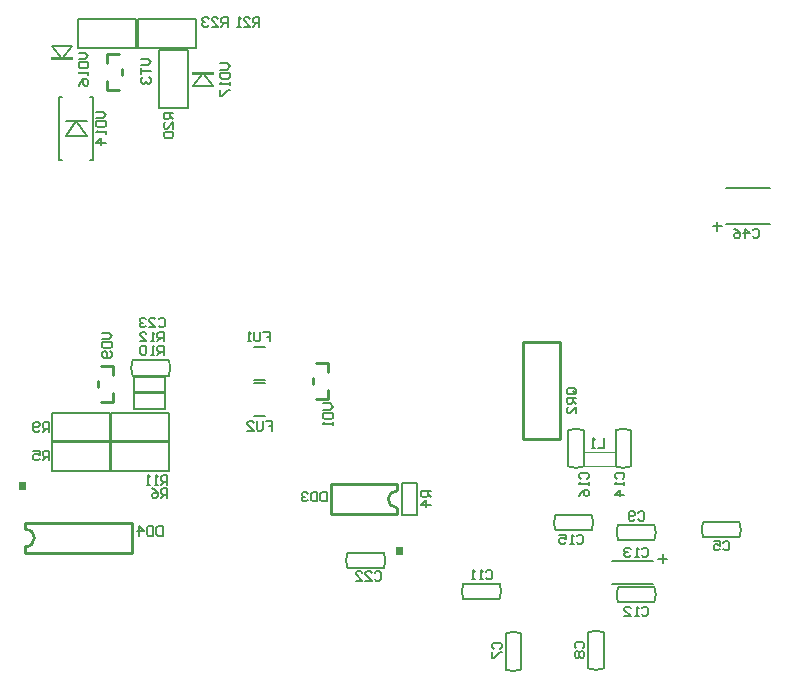
<source format=gbo>
%FSLAX24Y24*%
%MOIN*%
G70*
G01*
G75*
G04 Layer_Color=32896*
%ADD10C,0.0098*%
%ADD11C,0.0079*%
%ADD12C,0.0472*%
G04:AMPARAMS|DCode=13|XSize=189mil|YSize=70.9mil|CornerRadius=17.7mil|HoleSize=0mil|Usage=FLASHONLY|Rotation=180.000|XOffset=0mil|YOffset=0mil|HoleType=Round|Shape=RoundedRectangle|*
%AMROUNDEDRECTD13*
21,1,0.1890,0.0354,0,0,180.0*
21,1,0.1535,0.0709,0,0,180.0*
1,1,0.0354,-0.0768,0.0177*
1,1,0.0354,0.0768,0.0177*
1,1,0.0354,0.0768,-0.0177*
1,1,0.0354,-0.0768,-0.0177*
%
%ADD13ROUNDEDRECTD13*%
G04:AMPARAMS|DCode=14|XSize=41mil|YSize=36mil|CornerRadius=1.8mil|HoleSize=0mil|Usage=FLASHONLY|Rotation=180.000|XOffset=0mil|YOffset=0mil|HoleType=Round|Shape=RoundedRectangle|*
%AMROUNDEDRECTD14*
21,1,0.0410,0.0324,0,0,180.0*
21,1,0.0374,0.0360,0,0,180.0*
1,1,0.0036,-0.0187,0.0162*
1,1,0.0036,0.0187,0.0162*
1,1,0.0036,0.0187,-0.0162*
1,1,0.0036,-0.0187,-0.0162*
%
%ADD14ROUNDEDRECTD14*%
%ADD15O,0.0281X0.0591*%
%ADD16R,0.0906X0.1220*%
%ADD17O,0.0787X0.0295*%
G04:AMPARAMS|DCode=18|XSize=28mil|YSize=35.8mil|CornerRadius=2.8mil|HoleSize=0mil|Usage=FLASHONLY|Rotation=0.000|XOffset=0mil|YOffset=0mil|HoleType=Round|Shape=RoundedRectangle|*
%AMROUNDEDRECTD18*
21,1,0.0280,0.0302,0,0,0.0*
21,1,0.0224,0.0358,0,0,0.0*
1,1,0.0056,0.0112,-0.0151*
1,1,0.0056,-0.0112,-0.0151*
1,1,0.0056,-0.0112,0.0151*
1,1,0.0056,0.0112,0.0151*
%
%ADD18ROUNDEDRECTD18*%
G04:AMPARAMS|DCode=19|XSize=41mil|YSize=36mil|CornerRadius=1.8mil|HoleSize=0mil|Usage=FLASHONLY|Rotation=270.000|XOffset=0mil|YOffset=0mil|HoleType=Round|Shape=RoundedRectangle|*
%AMROUNDEDRECTD19*
21,1,0.0410,0.0324,0,0,270.0*
21,1,0.0374,0.0360,0,0,270.0*
1,1,0.0036,-0.0162,-0.0187*
1,1,0.0036,-0.0162,0.0187*
1,1,0.0036,0.0162,0.0187*
1,1,0.0036,0.0162,-0.0187*
%
%ADD19ROUNDEDRECTD19*%
G04:AMPARAMS|DCode=20|XSize=70.9mil|YSize=51.2mil|CornerRadius=12.8mil|HoleSize=0mil|Usage=FLASHONLY|Rotation=270.000|XOffset=0mil|YOffset=0mil|HoleType=Round|Shape=RoundedRectangle|*
%AMROUNDEDRECTD20*
21,1,0.0709,0.0256,0,0,270.0*
21,1,0.0453,0.0512,0,0,270.0*
1,1,0.0256,-0.0128,-0.0226*
1,1,0.0256,-0.0128,0.0226*
1,1,0.0256,0.0128,0.0226*
1,1,0.0256,0.0128,-0.0226*
%
%ADD20ROUNDEDRECTD20*%
G04:AMPARAMS|DCode=21|XSize=55.1mil|YSize=70.9mil|CornerRadius=13.8mil|HoleSize=0mil|Usage=FLASHONLY|Rotation=0.000|XOffset=0mil|YOffset=0mil|HoleType=Round|Shape=RoundedRectangle|*
%AMROUNDEDRECTD21*
21,1,0.0551,0.0433,0,0,0.0*
21,1,0.0276,0.0709,0,0,0.0*
1,1,0.0276,0.0138,-0.0217*
1,1,0.0276,-0.0138,-0.0217*
1,1,0.0276,-0.0138,0.0217*
1,1,0.0276,0.0138,0.0217*
%
%ADD21ROUNDEDRECTD21*%
G04:AMPARAMS|DCode=22|XSize=70.9mil|YSize=51.2mil|CornerRadius=12.8mil|HoleSize=0mil|Usage=FLASHONLY|Rotation=180.000|XOffset=0mil|YOffset=0mil|HoleType=Round|Shape=RoundedRectangle|*
%AMROUNDEDRECTD22*
21,1,0.0709,0.0256,0,0,180.0*
21,1,0.0453,0.0512,0,0,180.0*
1,1,0.0256,-0.0226,0.0128*
1,1,0.0256,0.0226,0.0128*
1,1,0.0256,0.0226,-0.0128*
1,1,0.0256,-0.0226,-0.0128*
%
%ADD22ROUNDEDRECTD22*%
G04:AMPARAMS|DCode=23|XSize=94.5mil|YSize=110.2mil|CornerRadius=23.6mil|HoleSize=0mil|Usage=FLASHONLY|Rotation=270.000|XOffset=0mil|YOffset=0mil|HoleType=Round|Shape=RoundedRectangle|*
%AMROUNDEDRECTD23*
21,1,0.0945,0.0630,0,0,270.0*
21,1,0.0472,0.1102,0,0,270.0*
1,1,0.0472,-0.0315,-0.0236*
1,1,0.0472,-0.0315,0.0236*
1,1,0.0472,0.0315,0.0236*
1,1,0.0472,0.0315,-0.0236*
%
%ADD23ROUNDEDRECTD23*%
%ADD24O,0.0217X0.0492*%
%ADD25O,0.0492X0.0217*%
G04:AMPARAMS|DCode=26|XSize=126mil|YSize=80.7mil|CornerRadius=20.2mil|HoleSize=0mil|Usage=FLASHONLY|Rotation=90.000|XOffset=0mil|YOffset=0mil|HoleType=Round|Shape=RoundedRectangle|*
%AMROUNDEDRECTD26*
21,1,0.1260,0.0404,0,0,90.0*
21,1,0.0856,0.0807,0,0,90.0*
1,1,0.0404,0.0202,0.0428*
1,1,0.0404,0.0202,-0.0428*
1,1,0.0404,-0.0202,-0.0428*
1,1,0.0404,-0.0202,0.0428*
%
%ADD26ROUNDEDRECTD26*%
%ADD27O,0.0807X0.0256*%
%ADD28O,0.0335X0.0118*%
%ADD29O,0.0118X0.0335*%
%ADD30R,0.0394X0.0787*%
%ADD31O,0.0118X0.0591*%
%ADD32O,0.0591X0.0118*%
%ADD33R,0.0394X0.0394*%
G04:AMPARAMS|DCode=34|XSize=90.6mil|YSize=82.7mil|CornerRadius=12.4mil|HoleSize=0mil|Usage=FLASHONLY|Rotation=270.000|XOffset=0mil|YOffset=0mil|HoleType=Round|Shape=RoundedRectangle|*
%AMROUNDEDRECTD34*
21,1,0.0906,0.0579,0,0,270.0*
21,1,0.0657,0.0827,0,0,270.0*
1,1,0.0248,-0.0289,-0.0329*
1,1,0.0248,-0.0289,0.0329*
1,1,0.0248,0.0289,0.0329*
1,1,0.0248,0.0289,-0.0329*
%
%ADD34ROUNDEDRECTD34*%
G04:AMPARAMS|DCode=35|XSize=28mil|YSize=35.8mil|CornerRadius=2.8mil|HoleSize=0mil|Usage=FLASHONLY|Rotation=90.000|XOffset=0mil|YOffset=0mil|HoleType=Round|Shape=RoundedRectangle|*
%AMROUNDEDRECTD35*
21,1,0.0280,0.0302,0,0,90.0*
21,1,0.0224,0.0358,0,0,90.0*
1,1,0.0056,0.0151,0.0112*
1,1,0.0056,0.0151,-0.0112*
1,1,0.0056,-0.0151,-0.0112*
1,1,0.0056,-0.0151,0.0112*
%
%ADD35ROUNDEDRECTD35*%
%ADD36O,0.0591X0.0281*%
G04:AMPARAMS|DCode=37|XSize=86.6mil|YSize=68.9mil|CornerRadius=17.2mil|HoleSize=0mil|Usage=FLASHONLY|Rotation=180.000|XOffset=0mil|YOffset=0mil|HoleType=Round|Shape=RoundedRectangle|*
%AMROUNDEDRECTD37*
21,1,0.0866,0.0344,0,0,180.0*
21,1,0.0522,0.0689,0,0,180.0*
1,1,0.0344,-0.0261,0.0172*
1,1,0.0344,0.0261,0.0172*
1,1,0.0344,0.0261,-0.0172*
1,1,0.0344,-0.0261,-0.0172*
%
%ADD37ROUNDEDRECTD37*%
G04:AMPARAMS|DCode=38|XSize=82.7mil|YSize=78.7mil|CornerRadius=19.7mil|HoleSize=0mil|Usage=FLASHONLY|Rotation=90.000|XOffset=0mil|YOffset=0mil|HoleType=Round|Shape=RoundedRectangle|*
%AMROUNDEDRECTD38*
21,1,0.0827,0.0394,0,0,90.0*
21,1,0.0433,0.0787,0,0,90.0*
1,1,0.0394,0.0197,0.0217*
1,1,0.0394,0.0197,-0.0217*
1,1,0.0394,-0.0197,-0.0217*
1,1,0.0394,-0.0197,0.0217*
%
%ADD38ROUNDEDRECTD38*%
%ADD39O,0.0846X0.0394*%
G04:AMPARAMS|DCode=40|XSize=279.5mil|YSize=218.5mil|CornerRadius=10.9mil|HoleSize=0mil|Usage=FLASHONLY|Rotation=0.000|XOffset=0mil|YOffset=0mil|HoleType=Round|Shape=RoundedRectangle|*
%AMROUNDEDRECTD40*
21,1,0.2795,0.1967,0,0,0.0*
21,1,0.2577,0.2185,0,0,0.0*
1,1,0.0219,0.1288,-0.0983*
1,1,0.0219,-0.1288,-0.0983*
1,1,0.0219,-0.1288,0.0983*
1,1,0.0219,0.1288,0.0983*
%
%ADD40ROUNDEDRECTD40*%
%ADD41R,0.1417X0.1693*%
%ADD42O,0.0866X0.0295*%
%ADD43C,0.0157*%
%ADD44C,0.0197*%
%ADD45C,0.0118*%
%ADD46C,0.0394*%
%ADD47C,0.0315*%
%ADD48C,0.0276*%
%ADD49C,0.0709*%
%ADD50R,0.0709X0.0709*%
%ADD51C,0.1575*%
%ADD52C,0.3150*%
%ADD53C,0.0600*%
%ADD54R,0.0600X0.0600*%
%ADD55C,0.0630*%
%ADD56C,0.0827*%
%ADD57R,0.0827X0.0827*%
%ADD58R,0.0600X0.0600*%
%ADD59R,0.0709X0.0709*%
%ADD60C,0.0315*%
%ADD61C,0.0394*%
%ADD62C,0.0236*%
%ADD63C,0.0400*%
%ADD64C,0.0872*%
G04:AMPARAMS|DCode=65|XSize=78.74mil|YSize=78.74mil|CornerRadius=0mil|HoleSize=0mil|Usage=FLASHONLY|Rotation=0.000|XOffset=0mil|YOffset=0mil|HoleType=Round|Shape=Relief|Width=10mil|Gap=7.9mil|Entries=4|*
%AMTHD65*
7,0,0,0.0787,0.0630,0.0100,45*
%
%ADD65THD65*%
%ADD66C,0.1975*%
%ADD67C,0.2959*%
G04:AMPARAMS|DCode=68|XSize=69.496mil|YSize=69.496mil|CornerRadius=0mil|HoleSize=0mil|Usage=FLASHONLY|Rotation=0.000|XOffset=0mil|YOffset=0mil|HoleType=Round|Shape=Relief|Width=10mil|Gap=7.9mil|Entries=4|*
%AMTHD68*
7,0,0,0.0695,0.0537,0.0100,45*
%
%ADD68THD68*%
%ADD69C,0.0780*%
%ADD70C,0.0794*%
G04:AMPARAMS|DCode=71|XSize=86.614mil|YSize=86.614mil|CornerRadius=0mil|HoleSize=0mil|Usage=FLASHONLY|Rotation=0.000|XOffset=0mil|YOffset=0mil|HoleType=Round|Shape=Relief|Width=10mil|Gap=7.9mil|Entries=4|*
%AMTHD71*
7,0,0,0.0866,0.0709,0.0100,45*
%
%ADD71THD71*%
%ADD72C,0.0951*%
%ADD73C,0.0636*%
G04:AMPARAMS|DCode=74|XSize=47.244mil|YSize=47.244mil|CornerRadius=0mil|HoleSize=0mil|Usage=FLASHONLY|Rotation=0.000|XOffset=0mil|YOffset=0mil|HoleType=Round|Shape=Relief|Width=10mil|Gap=7.9mil|Entries=4|*
%AMTHD74*
7,0,0,0.0472,0.0315,0.0100,45*
%
%ADD74THD74*%
%ADD75C,0.0557*%
%ADD76C,0.0597*%
%ADD77C,0.0518*%
G04:AMPARAMS|DCode=78|XSize=43.307mil|YSize=43.307mil|CornerRadius=0mil|HoleSize=0mil|Usage=FLASHONLY|Rotation=0.000|XOffset=0mil|YOffset=0mil|HoleType=Round|Shape=Relief|Width=10mil|Gap=7.9mil|Entries=4|*
%AMTHD78*
7,0,0,0.0433,0.0276,0.0100,45*
%
%ADD78THD78*%
G04:AMPARAMS|DCode=79|XSize=51.181mil|YSize=51.181mil|CornerRadius=0mil|HoleSize=0mil|Usage=FLASHONLY|Rotation=0.000|XOffset=0mil|YOffset=0mil|HoleType=Round|Shape=Relief|Width=10mil|Gap=7.9mil|Entries=4|*
%AMTHD79*
7,0,0,0.0512,0.0354,0.0100,45*
%
%ADD79THD79*%
G04:AMPARAMS|DCode=80|XSize=78.7mil|YSize=86.6mil|CornerRadius=19.7mil|HoleSize=0mil|Usage=FLASHONLY|Rotation=0.000|XOffset=0mil|YOffset=0mil|HoleType=Round|Shape=RoundedRectangle|*
%AMROUNDEDRECTD80*
21,1,0.0787,0.0472,0,0,0.0*
21,1,0.0394,0.0866,0,0,0.0*
1,1,0.0394,0.0197,-0.0236*
1,1,0.0394,-0.0197,-0.0236*
1,1,0.0394,-0.0197,0.0236*
1,1,0.0394,0.0197,0.0236*
%
%ADD80ROUNDEDRECTD80*%
G04:AMPARAMS|DCode=81|XSize=47.2mil|YSize=74.8mil|CornerRadius=11.8mil|HoleSize=0mil|Usage=FLASHONLY|Rotation=270.000|XOffset=0mil|YOffset=0mil|HoleType=Round|Shape=RoundedRectangle|*
%AMROUNDEDRECTD81*
21,1,0.0472,0.0512,0,0,270.0*
21,1,0.0236,0.0748,0,0,270.0*
1,1,0.0236,-0.0256,-0.0118*
1,1,0.0236,-0.0256,0.0118*
1,1,0.0236,0.0256,0.0118*
1,1,0.0236,0.0256,-0.0118*
%
%ADD81ROUNDEDRECTD81*%
G04:AMPARAMS|DCode=82|XSize=47.2mil|YSize=74.8mil|CornerRadius=11.8mil|HoleSize=0mil|Usage=FLASHONLY|Rotation=180.000|XOffset=0mil|YOffset=0mil|HoleType=Round|Shape=RoundedRectangle|*
%AMROUNDEDRECTD82*
21,1,0.0472,0.0512,0,0,180.0*
21,1,0.0236,0.0748,0,0,180.0*
1,1,0.0236,-0.0118,0.0256*
1,1,0.0236,0.0118,0.0256*
1,1,0.0236,0.0118,-0.0256*
1,1,0.0236,-0.0118,-0.0256*
%
%ADD82ROUNDEDRECTD82*%
G04:AMPARAMS|DCode=83|XSize=86.6mil|YSize=68.9mil|CornerRadius=17.2mil|HoleSize=0mil|Usage=FLASHONLY|Rotation=90.000|XOffset=0mil|YOffset=0mil|HoleType=Round|Shape=RoundedRectangle|*
%AMROUNDEDRECTD83*
21,1,0.0866,0.0344,0,0,90.0*
21,1,0.0522,0.0689,0,0,90.0*
1,1,0.0344,0.0172,0.0261*
1,1,0.0344,0.0172,-0.0261*
1,1,0.0344,-0.0172,-0.0261*
1,1,0.0344,-0.0172,0.0261*
%
%ADD83ROUNDEDRECTD83*%
G04:AMPARAMS|DCode=84|XSize=51.2mil|YSize=72mil|CornerRadius=2.6mil|HoleSize=0mil|Usage=FLASHONLY|Rotation=90.000|XOffset=0mil|YOffset=0mil|HoleType=Round|Shape=RoundedRectangle|*
%AMROUNDEDRECTD84*
21,1,0.0512,0.0669,0,0,90.0*
21,1,0.0461,0.0720,0,0,90.0*
1,1,0.0051,0.0335,0.0230*
1,1,0.0051,0.0335,-0.0230*
1,1,0.0051,-0.0335,-0.0230*
1,1,0.0051,-0.0335,0.0230*
%
%ADD84ROUNDEDRECTD84*%
%ADD85O,0.0295X0.0800*%
G04:AMPARAMS|DCode=86|XSize=110.2mil|YSize=47.2mil|CornerRadius=11.8mil|HoleSize=0mil|Usage=FLASHONLY|Rotation=270.000|XOffset=0mil|YOffset=0mil|HoleType=Round|Shape=RoundedRectangle|*
%AMROUNDEDRECTD86*
21,1,0.1102,0.0236,0,0,270.0*
21,1,0.0866,0.0472,0,0,270.0*
1,1,0.0236,-0.0118,-0.0433*
1,1,0.0236,-0.0118,0.0433*
1,1,0.0236,0.0118,0.0433*
1,1,0.0236,0.0118,-0.0433*
%
%ADD86ROUNDEDRECTD86*%
%ADD87C,0.0070*%
%ADD88C,0.0100*%
%ADD89C,0.0236*%
%ADD90C,0.0071*%
%ADD91C,0.0067*%
%ADD92C,0.0050*%
G04:AMPARAMS|DCode=93|XSize=195mil|YSize=76.8mil|CornerRadius=20.7mil|HoleSize=0mil|Usage=FLASHONLY|Rotation=180.000|XOffset=0mil|YOffset=0mil|HoleType=Round|Shape=RoundedRectangle|*
%AMROUNDEDRECTD93*
21,1,0.1950,0.0354,0,0,180.0*
21,1,0.1535,0.0768,0,0,180.0*
1,1,0.0414,-0.0768,0.0177*
1,1,0.0414,0.0768,0.0177*
1,1,0.0414,0.0768,-0.0177*
1,1,0.0414,-0.0768,-0.0177*
%
%ADD93ROUNDEDRECTD93*%
G04:AMPARAMS|DCode=94|XSize=47mil|YSize=42mil|CornerRadius=4.8mil|HoleSize=0mil|Usage=FLASHONLY|Rotation=180.000|XOffset=0mil|YOffset=0mil|HoleType=Round|Shape=RoundedRectangle|*
%AMROUNDEDRECTD94*
21,1,0.0470,0.0324,0,0,180.0*
21,1,0.0374,0.0420,0,0,180.0*
1,1,0.0096,-0.0187,0.0162*
1,1,0.0096,0.0187,0.0162*
1,1,0.0096,0.0187,-0.0162*
1,1,0.0096,-0.0187,-0.0162*
%
%ADD94ROUNDEDRECTD94*%
%ADD95O,0.0341X0.0650*%
%ADD96R,0.0965X0.1280*%
%ADD97O,0.0847X0.0355*%
G04:AMPARAMS|DCode=98|XSize=33.9mil|YSize=41.8mil|CornerRadius=5.8mil|HoleSize=0mil|Usage=FLASHONLY|Rotation=0.000|XOffset=0mil|YOffset=0mil|HoleType=Round|Shape=RoundedRectangle|*
%AMROUNDEDRECTD98*
21,1,0.0339,0.0302,0,0,0.0*
21,1,0.0224,0.0418,0,0,0.0*
1,1,0.0116,0.0112,-0.0151*
1,1,0.0116,-0.0112,-0.0151*
1,1,0.0116,-0.0112,0.0151*
1,1,0.0116,0.0112,0.0151*
%
%ADD98ROUNDEDRECTD98*%
G04:AMPARAMS|DCode=99|XSize=47mil|YSize=42mil|CornerRadius=4.8mil|HoleSize=0mil|Usage=FLASHONLY|Rotation=270.000|XOffset=0mil|YOffset=0mil|HoleType=Round|Shape=RoundedRectangle|*
%AMROUNDEDRECTD99*
21,1,0.0470,0.0324,0,0,270.0*
21,1,0.0374,0.0420,0,0,270.0*
1,1,0.0096,-0.0162,-0.0187*
1,1,0.0096,-0.0162,0.0187*
1,1,0.0096,0.0162,0.0187*
1,1,0.0096,0.0162,-0.0187*
%
%ADD99ROUNDEDRECTD99*%
G04:AMPARAMS|DCode=100|XSize=76.8mil|YSize=57.2mil|CornerRadius=15.8mil|HoleSize=0mil|Usage=FLASHONLY|Rotation=270.000|XOffset=0mil|YOffset=0mil|HoleType=Round|Shape=RoundedRectangle|*
%AMROUNDEDRECTD100*
21,1,0.0768,0.0256,0,0,270.0*
21,1,0.0453,0.0572,0,0,270.0*
1,1,0.0316,-0.0128,-0.0226*
1,1,0.0316,-0.0128,0.0226*
1,1,0.0316,0.0128,0.0226*
1,1,0.0316,0.0128,-0.0226*
%
%ADD100ROUNDEDRECTD100*%
G04:AMPARAMS|DCode=101|XSize=61.1mil|YSize=76.8mil|CornerRadius=16.8mil|HoleSize=0mil|Usage=FLASHONLY|Rotation=0.000|XOffset=0mil|YOffset=0mil|HoleType=Round|Shape=RoundedRectangle|*
%AMROUNDEDRECTD101*
21,1,0.0611,0.0433,0,0,0.0*
21,1,0.0276,0.0768,0,0,0.0*
1,1,0.0335,0.0138,-0.0217*
1,1,0.0335,-0.0138,-0.0217*
1,1,0.0335,-0.0138,0.0217*
1,1,0.0335,0.0138,0.0217*
%
%ADD101ROUNDEDRECTD101*%
G04:AMPARAMS|DCode=102|XSize=76.8mil|YSize=57.2mil|CornerRadius=15.8mil|HoleSize=0mil|Usage=FLASHONLY|Rotation=180.000|XOffset=0mil|YOffset=0mil|HoleType=Round|Shape=RoundedRectangle|*
%AMROUNDEDRECTD102*
21,1,0.0768,0.0256,0,0,180.0*
21,1,0.0453,0.0572,0,0,180.0*
1,1,0.0316,-0.0226,0.0128*
1,1,0.0316,0.0226,0.0128*
1,1,0.0316,0.0226,-0.0128*
1,1,0.0316,-0.0226,-0.0128*
%
%ADD102ROUNDEDRECTD102*%
G04:AMPARAMS|DCode=103|XSize=100.5mil|YSize=116.2mil|CornerRadius=26.6mil|HoleSize=0mil|Usage=FLASHONLY|Rotation=270.000|XOffset=0mil|YOffset=0mil|HoleType=Round|Shape=RoundedRectangle|*
%AMROUNDEDRECTD103*
21,1,0.1005,0.0630,0,0,270.0*
21,1,0.0472,0.1162,0,0,270.0*
1,1,0.0532,-0.0315,-0.0236*
1,1,0.0532,-0.0315,0.0236*
1,1,0.0532,0.0315,0.0236*
1,1,0.0532,0.0315,-0.0236*
%
%ADD103ROUNDEDRECTD103*%
%ADD104O,0.0256X0.0532*%
%ADD105O,0.0532X0.0256*%
G04:AMPARAMS|DCode=106|XSize=132mil|YSize=86.7mil|CornerRadius=23.2mil|HoleSize=0mil|Usage=FLASHONLY|Rotation=90.000|XOffset=0mil|YOffset=0mil|HoleType=Round|Shape=RoundedRectangle|*
%AMROUNDEDRECTD106*
21,1,0.1320,0.0404,0,0,90.0*
21,1,0.0856,0.0867,0,0,90.0*
1,1,0.0463,0.0202,0.0428*
1,1,0.0463,0.0202,-0.0428*
1,1,0.0463,-0.0202,-0.0428*
1,1,0.0463,-0.0202,0.0428*
%
%ADD106ROUNDEDRECTD106*%
%ADD107O,0.0867X0.0316*%
%ADD108O,0.0374X0.0157*%
%ADD109O,0.0157X0.0374*%
%ADD110O,0.0157X0.0630*%
%ADD111O,0.0630X0.0157*%
G04:AMPARAMS|DCode=112|XSize=96.5mil|YSize=88.7mil|CornerRadius=15.4mil|HoleSize=0mil|Usage=FLASHONLY|Rotation=270.000|XOffset=0mil|YOffset=0mil|HoleType=Round|Shape=RoundedRectangle|*
%AMROUNDEDRECTD112*
21,1,0.0965,0.0579,0,0,270.0*
21,1,0.0657,0.0887,0,0,270.0*
1,1,0.0308,-0.0289,-0.0329*
1,1,0.0308,-0.0289,0.0329*
1,1,0.0308,0.0289,0.0329*
1,1,0.0308,0.0289,-0.0329*
%
%ADD112ROUNDEDRECTD112*%
G04:AMPARAMS|DCode=113|XSize=33.9mil|YSize=41.8mil|CornerRadius=5.8mil|HoleSize=0mil|Usage=FLASHONLY|Rotation=90.000|XOffset=0mil|YOffset=0mil|HoleType=Round|Shape=RoundedRectangle|*
%AMROUNDEDRECTD113*
21,1,0.0339,0.0302,0,0,90.0*
21,1,0.0224,0.0418,0,0,90.0*
1,1,0.0116,0.0151,0.0112*
1,1,0.0116,0.0151,-0.0112*
1,1,0.0116,-0.0151,-0.0112*
1,1,0.0116,-0.0151,0.0112*
%
%ADD113ROUNDEDRECTD113*%
%ADD114O,0.0650X0.0341*%
G04:AMPARAMS|DCode=115|XSize=92.6mil|YSize=74.9mil|CornerRadius=20.2mil|HoleSize=0mil|Usage=FLASHONLY|Rotation=180.000|XOffset=0mil|YOffset=0mil|HoleType=Round|Shape=RoundedRectangle|*
%AMROUNDEDRECTD115*
21,1,0.0926,0.0344,0,0,180.0*
21,1,0.0522,0.0749,0,0,180.0*
1,1,0.0404,-0.0261,0.0172*
1,1,0.0404,0.0261,0.0172*
1,1,0.0404,0.0261,-0.0172*
1,1,0.0404,-0.0261,-0.0172*
%
%ADD115ROUNDEDRECTD115*%
G04:AMPARAMS|DCode=116|XSize=88.7mil|YSize=84.7mil|CornerRadius=22.7mil|HoleSize=0mil|Usage=FLASHONLY|Rotation=90.000|XOffset=0mil|YOffset=0mil|HoleType=Round|Shape=RoundedRectangle|*
%AMROUNDEDRECTD116*
21,1,0.0887,0.0394,0,0,90.0*
21,1,0.0433,0.0847,0,0,90.0*
1,1,0.0454,0.0197,0.0217*
1,1,0.0454,0.0197,-0.0217*
1,1,0.0454,-0.0197,-0.0217*
1,1,0.0454,-0.0197,0.0217*
%
%ADD116ROUNDEDRECTD116*%
%ADD117O,0.0906X0.0454*%
G04:AMPARAMS|DCode=118|XSize=285.5mil|YSize=224.5mil|CornerRadius=13.9mil|HoleSize=0mil|Usage=FLASHONLY|Rotation=0.000|XOffset=0mil|YOffset=0mil|HoleType=Round|Shape=RoundedRectangle|*
%AMROUNDEDRECTD118*
21,1,0.2855,0.1967,0,0,0.0*
21,1,0.2577,0.2245,0,0,0.0*
1,1,0.0278,0.1288,-0.0983*
1,1,0.0278,-0.1288,-0.0983*
1,1,0.0278,-0.1288,0.0983*
1,1,0.0278,0.1288,0.0983*
%
%ADD118ROUNDEDRECTD118*%
%ADD119R,0.1477X0.1753*%
%ADD120O,0.0926X0.0355*%
%ADD121C,0.0768*%
%ADD122R,0.0768X0.0768*%
%ADD123C,0.1635*%
%ADD124C,0.3209*%
%ADD125C,0.0660*%
%ADD126R,0.0660X0.0660*%
%ADD127C,0.0690*%
%ADD128C,0.0887*%
%ADD129R,0.0887X0.0887*%
%ADD130R,0.0660X0.0660*%
%ADD131R,0.0768X0.0768*%
%ADD132C,0.0532*%
G04:AMPARAMS|DCode=133|XSize=84.7mil|YSize=92.6mil|CornerRadius=22.7mil|HoleSize=0mil|Usage=FLASHONLY|Rotation=0.000|XOffset=0mil|YOffset=0mil|HoleType=Round|Shape=RoundedRectangle|*
%AMROUNDEDRECTD133*
21,1,0.0847,0.0472,0,0,0.0*
21,1,0.0394,0.0926,0,0,0.0*
1,1,0.0454,0.0197,-0.0236*
1,1,0.0454,-0.0197,-0.0236*
1,1,0.0454,-0.0197,0.0236*
1,1,0.0454,0.0197,0.0236*
%
%ADD133ROUNDEDRECTD133*%
G04:AMPARAMS|DCode=134|XSize=53.2mil|YSize=80.8mil|CornerRadius=14.8mil|HoleSize=0mil|Usage=FLASHONLY|Rotation=270.000|XOffset=0mil|YOffset=0mil|HoleType=Round|Shape=RoundedRectangle|*
%AMROUNDEDRECTD134*
21,1,0.0532,0.0512,0,0,270.0*
21,1,0.0236,0.0808,0,0,270.0*
1,1,0.0296,-0.0256,-0.0118*
1,1,0.0296,-0.0256,0.0118*
1,1,0.0296,0.0256,0.0118*
1,1,0.0296,0.0256,-0.0118*
%
%ADD134ROUNDEDRECTD134*%
G04:AMPARAMS|DCode=135|XSize=53.2mil|YSize=80.8mil|CornerRadius=14.8mil|HoleSize=0mil|Usage=FLASHONLY|Rotation=180.000|XOffset=0mil|YOffset=0mil|HoleType=Round|Shape=RoundedRectangle|*
%AMROUNDEDRECTD135*
21,1,0.0532,0.0512,0,0,180.0*
21,1,0.0236,0.0808,0,0,180.0*
1,1,0.0296,-0.0118,0.0256*
1,1,0.0296,0.0118,0.0256*
1,1,0.0296,0.0118,-0.0256*
1,1,0.0296,-0.0118,-0.0256*
%
%ADD135ROUNDEDRECTD135*%
G04:AMPARAMS|DCode=136|XSize=92.6mil|YSize=74.9mil|CornerRadius=20.2mil|HoleSize=0mil|Usage=FLASHONLY|Rotation=90.000|XOffset=0mil|YOffset=0mil|HoleType=Round|Shape=RoundedRectangle|*
%AMROUNDEDRECTD136*
21,1,0.0926,0.0344,0,0,90.0*
21,1,0.0522,0.0749,0,0,90.0*
1,1,0.0404,0.0172,0.0261*
1,1,0.0404,0.0172,-0.0261*
1,1,0.0404,-0.0172,-0.0261*
1,1,0.0404,-0.0172,0.0261*
%
%ADD136ROUNDEDRECTD136*%
G04:AMPARAMS|DCode=137|XSize=57.2mil|YSize=78mil|CornerRadius=5.6mil|HoleSize=0mil|Usage=FLASHONLY|Rotation=90.000|XOffset=0mil|YOffset=0mil|HoleType=Round|Shape=RoundedRectangle|*
%AMROUNDEDRECTD137*
21,1,0.0572,0.0669,0,0,90.0*
21,1,0.0461,0.0780,0,0,90.0*
1,1,0.0111,0.0335,0.0230*
1,1,0.0111,0.0335,-0.0230*
1,1,0.0111,-0.0335,-0.0230*
1,1,0.0111,-0.0335,0.0230*
%
%ADD137ROUNDEDRECTD137*%
%ADD138O,0.0355X0.0860*%
G04:AMPARAMS|DCode=139|XSize=116.2mil|YSize=53.2mil|CornerRadius=14.8mil|HoleSize=0mil|Usage=FLASHONLY|Rotation=270.000|XOffset=0mil|YOffset=0mil|HoleType=Round|Shape=RoundedRectangle|*
%AMROUNDEDRECTD139*
21,1,0.1162,0.0236,0,0,270.0*
21,1,0.0866,0.0532,0,0,270.0*
1,1,0.0296,-0.0118,-0.0433*
1,1,0.0296,-0.0118,0.0433*
1,1,0.0296,0.0118,0.0433*
1,1,0.0296,0.0118,-0.0433*
%
%ADD139ROUNDEDRECTD139*%
%ADD140C,0.0039*%
%ADD141C,0.0070*%
G36*
X13687Y19083D02*
X13437D01*
Y19333D01*
X13687D01*
Y19083D01*
D02*
G37*
G36*
X26248Y16927D02*
X25998D01*
Y17177D01*
X26248D01*
Y16927D01*
D02*
G37*
G36*
X15242Y33401D02*
X14522D01*
Y33511D01*
X15242D01*
Y33401D01*
D02*
G37*
G36*
X19927Y32906D02*
X19207D01*
Y33016D01*
X19927D01*
Y32906D01*
D02*
G37*
D11*
X34899Y16639D02*
Y16939D01*
X34749Y16789D02*
X35049D01*
X33219Y15949D02*
X34569D01*
X33219Y16729D02*
X34569D01*
X36715Y27723D02*
Y28023D01*
X36565Y27873D02*
X36865D01*
X37025Y29133D02*
X38485D01*
X37025Y27953D02*
X38485D01*
X14783Y30098D02*
X14892D01*
X15817D02*
X15925D01*
X14783Y32185D02*
X14892D01*
X15817D02*
X15925D01*
X14783Y30098D02*
Y32185D01*
X15925Y30098D02*
Y32185D01*
X14552Y33881D02*
X15212D01*
X14882Y33451D02*
X15212Y33881D01*
X14552D02*
X14882Y33451D01*
X19237Y32536D02*
X19897D01*
X19237D02*
X19567Y32966D01*
X19897Y32536D01*
X21280Y23858D02*
X21634D01*
X21280Y22756D02*
X21634D01*
X21280Y22638D02*
X21634D01*
X21280Y21535D02*
X21634D01*
X21680Y21378D02*
X21890D01*
Y21220D01*
X21785D01*
X21890D01*
Y21063D01*
X21575Y21378D02*
Y21115D01*
X21522Y21063D01*
X21417D01*
X21365Y21115D01*
Y21378D01*
X21050Y21063D02*
X21260D01*
X21050Y21273D01*
Y21325D01*
X21103Y21378D01*
X21208D01*
X21260Y21325D01*
X21590Y24350D02*
X21800D01*
Y24193D01*
X21695D01*
X21800D01*
Y24035D01*
X21485Y24350D02*
Y24088D01*
X21432Y24035D01*
X21327D01*
X21275Y24088D01*
Y24350D01*
X21170Y24035D02*
X21065D01*
X21118D01*
Y24350D01*
X21170Y24298D01*
X18228Y17874D02*
Y17559D01*
X18071D01*
X18018Y17612D01*
Y17821D01*
X18071Y17874D01*
X18228D01*
X17913D02*
Y17559D01*
X17756D01*
X17704Y17612D01*
Y17821D01*
X17756Y17874D01*
X17913D01*
X17441Y17559D02*
Y17874D01*
X17599Y17716D01*
X17389D01*
X17520Y33465D02*
X17730D01*
X17835Y33360D01*
X17730Y33255D01*
X17520D01*
Y33150D02*
Y32940D01*
Y33045D01*
X17835D01*
X17572Y32835D02*
X17520Y32782D01*
Y32677D01*
X17572Y32625D01*
X17625D01*
X17677Y32677D01*
Y32730D01*
Y32677D01*
X17730Y32625D01*
X17782D01*
X17835Y32677D01*
Y32782D01*
X17782Y32835D01*
X20158Y33307D02*
X20367D01*
X20472Y33202D01*
X20367Y33097D01*
X20158D01*
Y32992D02*
X20472D01*
Y32835D01*
X20420Y32782D01*
X20210D01*
X20158Y32835D01*
Y32992D01*
X20472Y32677D02*
Y32572D01*
Y32625D01*
X20158D01*
X20210Y32677D01*
X20158Y32415D02*
Y32205D01*
X20210D01*
X20420Y32415D01*
X20472D01*
X15433Y33661D02*
X15643D01*
X15748Y33556D01*
X15643Y33452D01*
X15433D01*
Y33347D02*
X15748D01*
Y33189D01*
X15696Y33137D01*
X15486D01*
X15433Y33189D01*
Y33347D01*
X15748Y33032D02*
Y32927D01*
Y32979D01*
X15433D01*
X15486Y33032D01*
X15433Y32559D02*
X15486Y32664D01*
X15591Y32769D01*
X15696D01*
X15748Y32717D01*
Y32612D01*
X15696Y32559D01*
X15643D01*
X15591Y32612D01*
Y32769D01*
X16024Y31693D02*
X16234D01*
X16339Y31588D01*
X16234Y31483D01*
X16024D01*
Y31378D02*
X16339D01*
Y31221D01*
X16286Y31168D01*
X16076D01*
X16024Y31221D01*
Y31378D01*
X16339Y31063D02*
Y30958D01*
Y31011D01*
X16024D01*
X16076Y31063D01*
X16339Y30643D02*
X16024D01*
X16181Y30801D01*
Y30591D01*
X16221Y24331D02*
X16430D01*
X16535Y24226D01*
X16430Y24121D01*
X16221D01*
Y24016D02*
X16535D01*
Y23858D01*
X16483Y23806D01*
X16273D01*
X16221Y23858D01*
Y24016D01*
X16483Y23701D02*
X16535Y23649D01*
Y23544D01*
X16483Y23491D01*
X16273D01*
X16221Y23544D01*
Y23649D01*
X16273Y23701D01*
X16326D01*
X16378Y23649D01*
Y23491D01*
X23583Y21969D02*
X23793D01*
X23898Y21864D01*
X23793Y21759D01*
X23583D01*
Y21654D02*
X23898D01*
Y21496D01*
X23845Y21444D01*
X23635D01*
X23583Y21496D01*
Y21654D01*
X23898Y21339D02*
Y21234D01*
Y21286D01*
X23583D01*
X23635Y21339D01*
X20394Y34528D02*
Y34842D01*
X20236D01*
X20184Y34790D01*
Y34685D01*
X20236Y34633D01*
X20394D01*
X20289D02*
X20184Y34528D01*
X19869D02*
X20079D01*
X19869Y34737D01*
Y34790D01*
X19921Y34842D01*
X20026D01*
X20079Y34790D01*
X19764D02*
X19712Y34842D01*
X19607D01*
X19554Y34790D01*
Y34737D01*
X19607Y34685D01*
X19659D01*
X19607D01*
X19554Y34633D01*
Y34580D01*
X19607Y34528D01*
X19712D01*
X19764Y34580D01*
X21457Y34528D02*
Y34842D01*
X21299D01*
X21247Y34790D01*
Y34685D01*
X21299Y34633D01*
X21457D01*
X21352D02*
X21247Y34528D01*
X20932D02*
X21142D01*
X20932Y34737D01*
Y34790D01*
X20984Y34842D01*
X21089D01*
X21142Y34790D01*
X20827Y34528D02*
X20722D01*
X20775D01*
Y34842D01*
X20827Y34790D01*
X18583Y31654D02*
X18268D01*
Y31496D01*
X18320Y31444D01*
X18425D01*
X18478Y31496D01*
Y31654D01*
Y31549D02*
X18583Y31444D01*
Y31129D02*
Y31339D01*
X18373Y31129D01*
X18320D01*
X18268Y31181D01*
Y31286D01*
X18320Y31339D01*
Y31024D02*
X18268Y30971D01*
Y30866D01*
X18320Y30814D01*
X18530D01*
X18583Y30866D01*
Y30971D01*
X18530Y31024D01*
X18320D01*
X18268Y24035D02*
Y24350D01*
X18110D01*
X18058Y24298D01*
Y24193D01*
X18110Y24140D01*
X18268D01*
X18163D02*
X18058Y24035D01*
X17953D02*
X17848D01*
X17900D01*
Y24350D01*
X17953Y24298D01*
X17481Y24035D02*
X17690D01*
X17481Y24245D01*
Y24298D01*
X17533Y24350D01*
X17638D01*
X17690Y24298D01*
X18386Y19252D02*
Y19567D01*
X18228D01*
X18176Y19514D01*
Y19409D01*
X18228Y19357D01*
X18386D01*
X18281D02*
X18176Y19252D01*
X18071D02*
X17966D01*
X18018D01*
Y19567D01*
X18071Y19514D01*
X17809Y19252D02*
X17704D01*
X17756D01*
Y19567D01*
X17809Y19514D01*
X18268Y23583D02*
Y23898D01*
X18110D01*
X18058Y23845D01*
Y23740D01*
X18110Y23688D01*
X18268D01*
X18163D02*
X18058Y23583D01*
X17953D02*
X17848D01*
X17900D01*
Y23898D01*
X17953Y23845D01*
X17690D02*
X17638Y23898D01*
X17533D01*
X17481Y23845D01*
Y23635D01*
X17533Y23583D01*
X17638D01*
X17690Y23635D01*
Y23845D01*
X14449Y21024D02*
Y21338D01*
X14291D01*
X14239Y21286D01*
Y21181D01*
X14291Y21129D01*
X14449D01*
X14344D02*
X14239Y21024D01*
X14134Y21076D02*
X14081Y21024D01*
X13976D01*
X13924Y21076D01*
Y21286D01*
X13976Y21338D01*
X14081D01*
X14134Y21286D01*
Y21233D01*
X14081Y21181D01*
X13924D01*
X18386Y18819D02*
Y19134D01*
X18228D01*
X18176Y19081D01*
Y18976D01*
X18228Y18924D01*
X18386D01*
X18281D02*
X18176Y18819D01*
X17861Y19134D02*
X17966Y19081D01*
X18071Y18976D01*
Y18871D01*
X18018Y18819D01*
X17914D01*
X17861Y18871D01*
Y18924D01*
X17914Y18976D01*
X18071D01*
X14449Y20079D02*
Y20394D01*
X14291D01*
X14239Y20341D01*
Y20236D01*
X14291Y20184D01*
X14449D01*
X14344D02*
X14239Y20079D01*
X13924Y20394D02*
X14134D01*
Y20236D01*
X14029Y20289D01*
X13976D01*
X13924Y20236D01*
Y20131D01*
X13976Y20079D01*
X14081D01*
X14134Y20131D01*
X27165Y19055D02*
X26851D01*
Y18898D01*
X26903Y18845D01*
X27008D01*
X27060Y18898D01*
Y19055D01*
Y18950D02*
X27165Y18845D01*
Y18583D02*
X26851D01*
X27008Y18740D01*
Y18530D01*
X31955Y22270D02*
X31745D01*
X31693Y22323D01*
Y22428D01*
X31745Y22480D01*
X31955D01*
X32008Y22428D01*
Y22323D01*
X31903Y22375D02*
X32008Y22270D01*
Y22323D02*
X31955Y22270D01*
X32008Y22165D02*
X31693D01*
Y22008D01*
X31745Y21956D01*
X31850D01*
X31903Y22008D01*
Y22165D01*
Y22060D02*
X32008Y21956D01*
Y21641D02*
Y21851D01*
X31798Y21641D01*
X31745D01*
X31693Y21693D01*
Y21798D01*
X31745Y21851D01*
X32958Y20807D02*
Y20492D01*
X32749D01*
X32644D02*
X32539D01*
X32591D01*
Y20807D01*
X32644Y20754D01*
X23701Y19016D02*
Y18701D01*
X23543D01*
X23491Y18753D01*
Y18963D01*
X23543Y19016D01*
X23701D01*
X23386D02*
Y18701D01*
X23228D01*
X23176Y18753D01*
Y18963D01*
X23228Y19016D01*
X23386D01*
X23071Y18963D02*
X23019Y19016D01*
X22914D01*
X22861Y18963D01*
Y18911D01*
X22914Y18858D01*
X22966D01*
X22914D01*
X22861Y18806D01*
Y18753D01*
X22914Y18701D01*
X23019D01*
X23071Y18753D01*
X37900Y27743D02*
X37953Y27795D01*
X38058D01*
X38110Y27743D01*
Y27533D01*
X38058Y27480D01*
X37953D01*
X37900Y27533D01*
X37638Y27480D02*
Y27795D01*
X37795Y27638D01*
X37585D01*
X37271Y27795D02*
X37376Y27743D01*
X37481Y27638D01*
Y27533D01*
X37428Y27480D01*
X37323D01*
X37271Y27533D01*
Y27585D01*
X37323Y27638D01*
X37481D01*
X18097Y24770D02*
X18150Y24823D01*
X18255D01*
X18307Y24770D01*
Y24560D01*
X18255Y24508D01*
X18150D01*
X18097Y24560D01*
X17782Y24508D02*
X17992D01*
X17782Y24718D01*
Y24770D01*
X17835Y24823D01*
X17940D01*
X17992Y24770D01*
X17677D02*
X17625Y24823D01*
X17520D01*
X17467Y24770D01*
Y24718D01*
X17520Y24665D01*
X17572D01*
X17520D01*
X17467Y24613D01*
Y24560D01*
X17520Y24508D01*
X17625D01*
X17677Y24560D01*
X25302Y16325D02*
X25354Y16378D01*
X25459D01*
X25512Y16325D01*
Y16115D01*
X25459Y16063D01*
X25354D01*
X25302Y16115D01*
X24987Y16063D02*
X25197D01*
X24987Y16273D01*
Y16325D01*
X25040Y16378D01*
X25144D01*
X25197Y16325D01*
X24672Y16063D02*
X24882D01*
X24672Y16273D01*
Y16325D01*
X24725Y16378D01*
X24830D01*
X24882Y16325D01*
X32179Y19455D02*
X32126Y19508D01*
Y19613D01*
X32179Y19665D01*
X32388D01*
X32441Y19613D01*
Y19508D01*
X32388Y19455D01*
X32441Y19350D02*
Y19246D01*
Y19298D01*
X32126D01*
X32179Y19350D01*
X32126Y18878D02*
X32179Y18983D01*
X32284Y19088D01*
X32388D01*
X32441Y19036D01*
Y18931D01*
X32388Y18878D01*
X32336D01*
X32284Y18931D01*
Y19088D01*
X32034Y17546D02*
X32087Y17598D01*
X32192D01*
X32244Y17546D01*
Y17336D01*
X32192Y17283D01*
X32087D01*
X32034Y17336D01*
X31929Y17283D02*
X31824D01*
X31877D01*
Y17598D01*
X31929Y17546D01*
X31457Y17598D02*
X31667D01*
Y17441D01*
X31562Y17493D01*
X31509D01*
X31457Y17441D01*
Y17336D01*
X31509Y17283D01*
X31614D01*
X31667Y17336D01*
X33360Y19455D02*
X33307Y19508D01*
Y19613D01*
X33360Y19665D01*
X33570D01*
X33622Y19613D01*
Y19508D01*
X33570Y19455D01*
X33622Y19350D02*
Y19246D01*
Y19298D01*
X33307D01*
X33360Y19350D01*
X33622Y18931D02*
X33307D01*
X33465Y19088D01*
Y18878D01*
X34200Y17113D02*
X34252Y17165D01*
X34357D01*
X34409Y17113D01*
Y16903D01*
X34357Y16850D01*
X34252D01*
X34200Y16903D01*
X34095Y16850D02*
X33990D01*
X34042D01*
Y17165D01*
X34095Y17113D01*
X33832D02*
X33780Y17165D01*
X33675D01*
X33622Y17113D01*
Y17060D01*
X33675Y17008D01*
X33727D01*
X33675D01*
X33622Y16955D01*
Y16903D01*
X33675Y16850D01*
X33780D01*
X33832Y16903D01*
X34200Y15144D02*
X34252Y15197D01*
X34357D01*
X34409Y15144D01*
Y14934D01*
X34357Y14882D01*
X34252D01*
X34200Y14934D01*
X34095Y14882D02*
X33990D01*
X34042D01*
Y15197D01*
X34095Y15144D01*
X33622Y14882D02*
X33832D01*
X33622Y15092D01*
Y15144D01*
X33675Y15197D01*
X33780D01*
X33832Y15144D01*
X29003Y16365D02*
X29055Y16417D01*
X29160D01*
X29213Y16365D01*
Y16155D01*
X29160Y16102D01*
X29055D01*
X29003Y16155D01*
X28898Y16102D02*
X28793D01*
X28845D01*
Y16417D01*
X28898Y16365D01*
X28635Y16102D02*
X28530D01*
X28583D01*
Y16417D01*
X28635Y16365D01*
X34081Y18316D02*
X34134Y18369D01*
X34239D01*
X34291Y18316D01*
Y18106D01*
X34239Y18054D01*
X34134D01*
X34081Y18106D01*
X33976D02*
X33924Y18054D01*
X33819D01*
X33767Y18106D01*
Y18316D01*
X33819Y18369D01*
X33924D01*
X33976Y18316D01*
Y18264D01*
X33924Y18211D01*
X33767D01*
X32021Y13806D02*
X31969Y13858D01*
Y13963D01*
X32021Y14016D01*
X32231D01*
X32283Y13963D01*
Y13858D01*
X32231Y13806D01*
X32021Y13701D02*
X31969Y13648D01*
Y13543D01*
X32021Y13491D01*
X32074D01*
X32126Y13543D01*
X32179Y13491D01*
X32231D01*
X32283Y13543D01*
Y13648D01*
X32231Y13701D01*
X32179D01*
X32126Y13648D01*
X32074Y13701D01*
X32021D01*
X32126Y13648D02*
Y13543D01*
X29265Y13786D02*
X29213Y13839D01*
Y13944D01*
X29265Y13996D01*
X29475D01*
X29528Y13944D01*
Y13839D01*
X29475Y13786D01*
X29213Y13681D02*
Y13471D01*
X29265D01*
X29475Y13681D01*
X29528D01*
X36916Y17329D02*
X36969Y17382D01*
X37074D01*
X37126Y17329D01*
Y17119D01*
X37074Y17067D01*
X36969D01*
X36916Y17119D01*
X36601Y17382D02*
X36811D01*
Y17224D01*
X36706Y17277D01*
X36654D01*
X36601Y17224D01*
Y17119D01*
X36654Y17067D01*
X36759D01*
X36811Y17119D01*
D87*
X37454Y17501D02*
G03*
X37454Y18012I-609J255D01*
G01*
X36247D02*
G03*
X36247Y17501I608J-256D01*
G01*
X30176Y14305D02*
G03*
X29666Y14304I-255J-609D01*
G01*
Y13097D02*
G03*
X30176Y13097I256J608D01*
G01*
X32932Y14344D02*
G03*
X32421Y14344I-255J-609D01*
G01*
Y13137D02*
G03*
X32932Y13136I256J608D01*
G01*
X33412Y17932D02*
G03*
X33412Y17421I609J-255D01*
G01*
X34619D02*
G03*
X34620Y17932I-608J256D01*
G01*
X29462Y15454D02*
G03*
X29462Y15964I-609J255D01*
G01*
X28255D02*
G03*
X28254Y15454I608J-256D01*
G01*
X33412Y15845D02*
G03*
X33412Y15335I609J-255D01*
G01*
X34619D02*
G03*
X34620Y15845I-608J256D01*
G01*
X33837Y21076D02*
G03*
X33327Y21076I-255J-609D01*
G01*
Y19869D02*
G03*
X33837Y19869I256J608D01*
G01*
X32533Y17737D02*
G03*
X32533Y18248I-609J255D01*
G01*
X31326D02*
G03*
X31325Y17737I608J-256D01*
G01*
X32263Y21076D02*
G03*
X31752Y21076I-255J-609D01*
G01*
Y19869D02*
G03*
X32263Y19869I256J608D01*
G01*
X24396Y16987D02*
G03*
X24397Y16477I609J-255D01*
G01*
X25603D02*
G03*
X25604Y16987I-608J256D01*
G01*
X17231Y23404D02*
G03*
X17231Y22894I609J-255D01*
G01*
X18438D02*
G03*
X18439Y23404I-608J256D01*
G01*
X36250Y17501D02*
X37450D01*
X36250Y18012D02*
X37451D01*
X30176Y13101D02*
Y14301D01*
X29665Y13101D02*
Y14302D01*
X32932Y13140D02*
Y14340D01*
X32421Y13140D02*
Y14341D01*
X33416Y17932D02*
X34616D01*
X33415Y17421D02*
X34616D01*
X28258Y15454D02*
X29458D01*
X28258Y15965D02*
X29459D01*
X33416Y15846D02*
X34616D01*
X33415Y15335D02*
X34616D01*
X33838Y19872D02*
Y21072D01*
X33327Y19872D02*
Y21073D01*
X31329Y17737D02*
X32529D01*
X31329Y18248D02*
X32530D01*
X32263Y19872D02*
Y21072D01*
X31752Y19872D02*
Y21073D01*
X26201Y18258D02*
Y19301D01*
X26713Y18258D02*
Y19301D01*
X26201Y18258D02*
X26713D01*
X26201Y19301D02*
X26713D01*
X24400Y16987D02*
X25600D01*
X24399Y16476D02*
X25600D01*
X17274Y21791D02*
X18317D01*
X17274Y22303D02*
X18317D01*
Y21791D02*
Y22303D01*
X17274Y21791D02*
Y22303D01*
Y22343D02*
X18317D01*
X17274Y22854D02*
X18317D01*
Y22343D02*
Y22854D01*
X17274Y22343D02*
Y22854D01*
X17235Y23405D02*
X18435D01*
X17234Y22894D02*
X18435D01*
D88*
X26047Y19054D02*
G03*
X26028Y18496I-19J-279D01*
G01*
X13657Y17189D02*
G03*
X13657Y17780I0J295D01*
G01*
X31480Y23779D02*
Y24029D01*
X30230Y20779D02*
X31480D01*
X30230Y24029D02*
X31480D01*
X30230Y20779D02*
Y24029D01*
X31480Y20779D02*
Y23779D01*
X16382Y33625D02*
X16782D01*
X16882Y32925D02*
Y33125D01*
X16382Y32425D02*
Y32725D01*
Y32425D02*
X16782D01*
X16382Y33325D02*
Y33625D01*
X26048Y18277D02*
Y18477D01*
Y19077D02*
Y19277D01*
X23848Y18277D02*
Y19277D01*
Y18277D02*
X26048D01*
X23848Y19277D02*
X26048D01*
X23337Y22123D02*
X23737D01*
X23236Y22623D02*
Y22823D01*
X23737Y23023D02*
Y23323D01*
X23337D02*
X23737D01*
Y22123D02*
Y22423D01*
X16071Y22505D02*
Y22705D01*
X16571Y22005D02*
Y22305D01*
X16171Y22005D02*
X16571D01*
Y22905D02*
Y23205D01*
X16171D02*
X16571D01*
X13657Y16992D02*
X17201D01*
X13657Y17976D02*
X17201D01*
Y16992D02*
Y17976D01*
X13657Y16992D02*
Y17189D01*
Y17780D02*
Y17976D01*
D92*
X15004Y30892D02*
X15704D01*
X15004Y31392D02*
X15704D01*
X15004Y30892D02*
X15354Y31392D01*
X15704Y30892D01*
D140*
X32285Y20364D02*
X33305D01*
Y19872D02*
Y20364D01*
X32285Y19872D02*
Y20364D01*
Y19872D02*
X33305D01*
D141*
X18103Y33755D02*
X19063D01*
X18103Y31825D02*
X19063D01*
Y33755D01*
X18103Y31825D02*
Y33755D01*
X19346Y33811D02*
Y34771D01*
X17416Y33811D02*
Y34771D01*
Y33811D02*
X19346D01*
X17416Y34771D02*
X19346D01*
X15418Y33811D02*
Y34771D01*
X17348Y33811D02*
Y34771D01*
X15418D02*
X17348D01*
X15418Y33811D02*
X17348D01*
X18440Y19717D02*
Y20677D01*
X16510Y19717D02*
Y20677D01*
Y19717D02*
X18440D01*
X16510Y20677D02*
X18440D01*
X16472Y19717D02*
Y20677D01*
X14542Y19717D02*
Y20677D01*
Y19717D02*
X16472D01*
X14542Y20677D02*
X16472D01*
X18440Y20701D02*
Y21661D01*
X16510Y20701D02*
Y21661D01*
Y20701D02*
X18440D01*
X16510Y21661D02*
X18440D01*
X16472Y20701D02*
Y21661D01*
X14542Y20701D02*
Y21661D01*
Y20701D02*
X16472D01*
X14542Y21661D02*
X16472D01*
M02*

</source>
